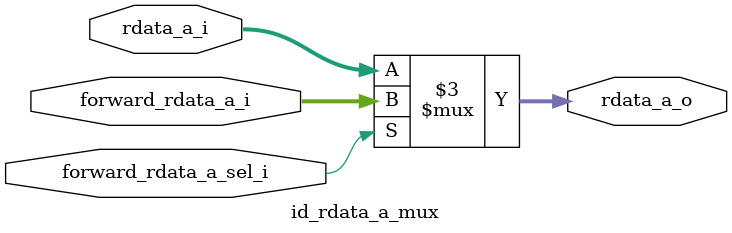
<source format=sv>
module id_rdata_a_mux #(
    parameter DATA_WIDTH = 32,
    parameter ADDR_WIDTH = 32
) (
    input wire [DATA_WIDTH-1:0] forward_rdata_a_i,
    input wire [DATA_WIDTH-1:0] rdata_a_i,
    input wire forward_rdata_a_sel_i,
    output logic [DATA_WIDTH-1:0] rdata_a_o
    );

    always_comb begin
        if (forward_rdata_a_sel_i) begin
            rdata_a_o = forward_rdata_a_i;
        end
        else begin
            rdata_a_o = rdata_a_i;
        end
    end

endmodule

</source>
